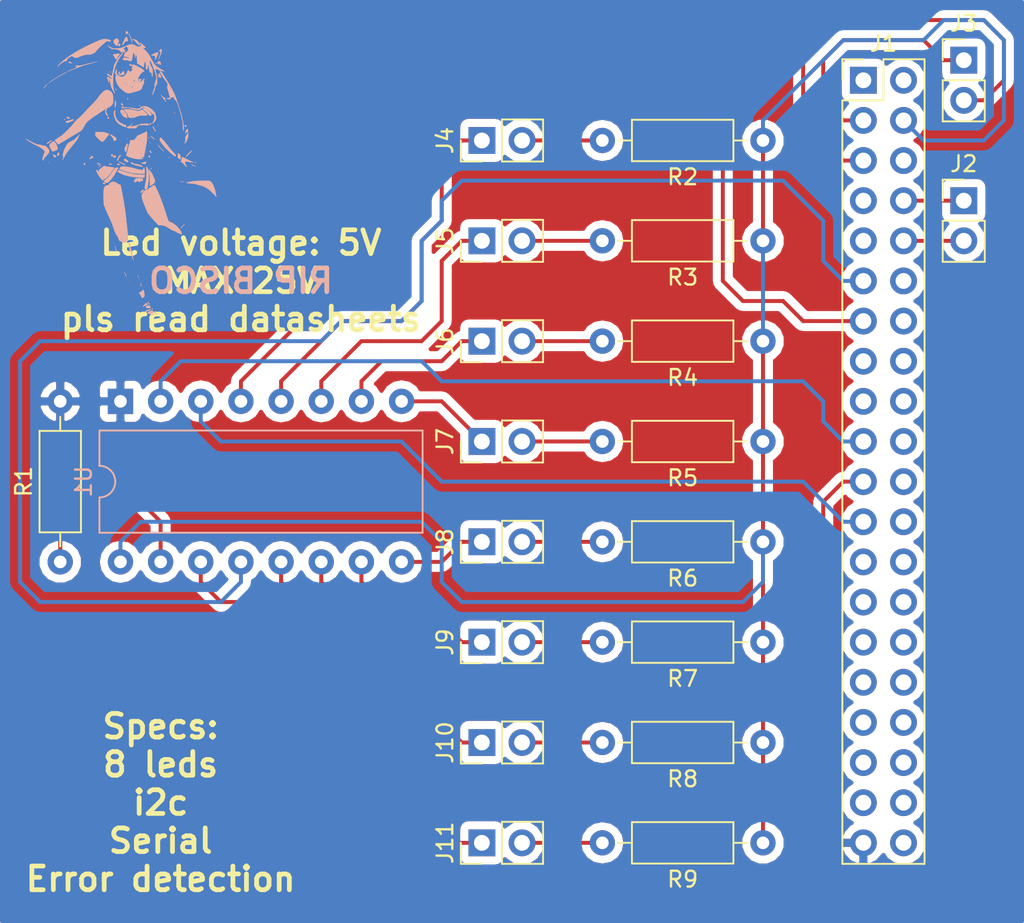
<source format=kicad_pcb>
(kicad_pcb (version 4) (host pcbnew 4.0.6)
  (layers (0 F.Cu signal) (31 B.Cu signal) (34 B.Paste user) (35 F.Paste user) (36 B.SilkS user) (37 F.SilkS user) (38 B.Mask user) (39 F.Mask user) (44 Edge.Cuts user))
  (net 0 "")
  (net 1 "Net-(J1-Pad1)")
  (net 2 "Net-(J1-Pad2)")
  (net 3 "Net-(J1-Pad3)")
  (net 4 +5V)
  (net 5 "Net-(J1-Pad5)")
  (net 6 "Net-(J1-Pad6)")
  (net 7 "Net-(J1-Pad7)")
  (net 8 "Net-(J1-Pad8)")
  (net 9 "Net-(J1-Pad9)")
  (net 10 "Net-(J1-Pad10)")
  (net 11 "Net-(J1-Pad11)")
  (net 12 "Net-(J1-Pad12)")
  (net 13 "Net-(J1-Pad13)")
  (net 14 "Net-(J1-Pad14)")
  (net 15 "Net-(J1-Pad15)")
  (net 16 "Net-(J1-Pad16)")
  (net 17 "Net-(J1-Pad17)")
  (net 18 "Net-(J1-Pad18)")
  (net 19 "Net-(J1-Pad19)")
  (net 20 "Net-(J1-Pad20)")
  (net 21 "Net-(J1-Pad21)")
  (net 22 "Net-(J1-Pad22)")
  (net 23 "Net-(J1-Pad23)")
  (net 24 "Net-(J1-Pad24)")
  (net 25 "Net-(J1-Pad25)")
  (net 26 "Net-(J1-Pad26)")
  (net 27 "Net-(J1-Pad27)")
  (net 28 "Net-(J1-Pad28)")
  (net 29 "Net-(J1-Pad29)")
  (net 30 "Net-(J1-Pad30)")
  (net 31 "Net-(J1-Pad31)")
  (net 32 "Net-(J1-Pad32)")
  (net 33 "Net-(J1-Pad33)")
  (net 34 "Net-(J1-Pad34)")
  (net 35 "Net-(J1-Pad35)")
  (net 36 "Net-(J1-Pad36)")
  (net 37 "Net-(J1-Pad37)")
  (net 38 "Net-(J1-Pad38)")
  (net 39 GNDREF)
  (net 40 "Net-(J1-Pad40)")
  (net 41 "Net-(J4-Pad1)")
  (net 42 "Net-(J4-Pad2)")
  (net 43 "Net-(J5-Pad1)")
  (net 44 "Net-(J5-Pad2)")
  (net 45 "Net-(J6-Pad1)")
  (net 46 "Net-(J6-Pad2)")
  (net 47 "Net-(J7-Pad1)")
  (net 48 "Net-(J7-Pad2)")
  (net 49 "Net-(J8-Pad1)")
  (net 50 "Net-(J8-Pad2)")
  (net 51 "Net-(J9-Pad1)")
  (net 52 "Net-(J9-Pad2)")
  (net 53 "Net-(J10-Pad1)")
  (net 54 "Net-(J10-Pad2)")
  (net 55 "Net-(J11-Pad1)")
  (net 56 "Net-(J11-Pad2)")
  (net 57 "Net-(R1-Pad1)")
  (module Pin_Headers:Pin_Header_Straight_2x20_Pitch2.54mm (layer F.Cu) (at 184.15 96.52)
    (fp_text reference J1 (at 1.27 -2.33) (layer F.SilkS))
    (fp_text value Raspberry_Pi_2_3)
    (pad 1 thru_hole rect (at 0 0) (size 1.7 1.7) (drill 1) (layers *.Cu *.Mask) (net 1 "Net-(J1-Pad1)"))
    (pad 2 thru_hole oval (at 2.54 0) (size 1.7 1.7) (drill 1) (layers *.Cu *.Mask) (net 2 "Net-(J1-Pad2)"))
    (pad 3 thru_hole oval (at 0 2.54) (size 1.7 1.7) (drill 1) (layers *.Cu *.Mask) (net 3 "Net-(J1-Pad3)"))
    (pad 4 thru_hole oval (at 2.54 2.54) (size 1.7 1.7) (drill 1) (layers *.Cu *.Mask) (net 4 +5V))
    (pad 5 thru_hole oval (at 0 5.08) (size 1.7 1.7) (drill 1) (layers *.Cu *.Mask) (net 5 "Net-(J1-Pad5)"))
    (pad 6 thru_hole oval (at 2.54 5.08) (size 1.7 1.7) (drill 1) (layers *.Cu *.Mask) (net 6 "Net-(J1-Pad6)"))
    (pad 7 thru_hole oval (at 0 7.62) (size 1.7 1.7) (drill 1) (layers *.Cu *.Mask) (net 7 "Net-(J1-Pad7)"))
    (pad 8 thru_hole oval (at 2.54 7.62) (size 1.7 1.7) (drill 1) (layers *.Cu *.Mask) (net 8 "Net-(J1-Pad8)"))
    (pad 9 thru_hole oval (at 0 10.16) (size 1.7 1.7) (drill 1) (layers *.Cu *.Mask) (net 9 "Net-(J1-Pad9)"))
    (pad 10 thru_hole oval (at 2.54 10.16) (size 1.7 1.7) (drill 1) (layers *.Cu *.Mask) (net 10 "Net-(J1-Pad10)"))
    (pad 11 thru_hole oval (at 0 12.7) (size 1.7 1.7) (drill 1) (layers *.Cu *.Mask) (net 11 "Net-(J1-Pad11)"))
    (pad 12 thru_hole oval (at 2.54 12.7) (size 1.7 1.7) (drill 1) (layers *.Cu *.Mask) (net 12 "Net-(J1-Pad12)"))
    (pad 13 thru_hole oval (at 0 15.24) (size 1.7 1.7) (drill 1) (layers *.Cu *.Mask) (net 13 "Net-(J1-Pad13)"))
    (pad 14 thru_hole oval (at 2.54 15.24) (size 1.7 1.7) (drill 1) (layers *.Cu *.Mask) (net 14 "Net-(J1-Pad14)"))
    (pad 15 thru_hole oval (at 0 17.78) (size 1.7 1.7) (drill 1) (layers *.Cu *.Mask) (net 15 "Net-(J1-Pad15)"))
    (pad 16 thru_hole oval (at 2.54 17.78) (size 1.7 1.7) (drill 1) (layers *.Cu *.Mask) (net 16 "Net-(J1-Pad16)"))
    (pad 17 thru_hole oval (at 0 20.32) (size 1.7 1.7) (drill 1) (layers *.Cu *.Mask) (net 17 "Net-(J1-Pad17)"))
    (pad 18 thru_hole oval (at 2.54 20.32) (size 1.7 1.7) (drill 1) (layers *.Cu *.Mask) (net 18 "Net-(J1-Pad18)"))
    (pad 19 thru_hole oval (at 0 22.86) (size 1.7 1.7) (drill 1) (layers *.Cu *.Mask) (net 19 "Net-(J1-Pad19)"))
    (pad 20 thru_hole oval (at 2.54 22.86) (size 1.7 1.7) (drill 1) (layers *.Cu *.Mask) (net 20 "Net-(J1-Pad20)"))
    (pad 21 thru_hole oval (at 0 25.4) (size 1.7 1.7) (drill 1) (layers *.Cu *.Mask) (net 21 "Net-(J1-Pad21)"))
    (pad 22 thru_hole oval (at 2.54 25.4) (size 1.7 1.7) (drill 1) (layers *.Cu *.Mask) (net 22 "Net-(J1-Pad22)"))
    (pad 23 thru_hole oval (at 0 27.94) (size 1.7 1.7) (drill 1) (layers *.Cu *.Mask) (net 23 "Net-(J1-Pad23)"))
    (pad 24 thru_hole oval (at 2.54 27.94) (size 1.7 1.7) (drill 1) (layers *.Cu *.Mask) (net 24 "Net-(J1-Pad24)"))
    (pad 25 thru_hole oval (at 0 30.48) (size 1.7 1.7) (drill 1) (layers *.Cu *.Mask) (net 25 "Net-(J1-Pad25)"))
    (pad 26 thru_hole oval (at 2.54 30.48) (size 1.7 1.7) (drill 1) (layers *.Cu *.Mask) (net 26 "Net-(J1-Pad26)"))
    (pad 27 thru_hole oval (at 0 33.02) (size 1.7 1.7) (drill 1) (layers *.Cu *.Mask) (net 27 "Net-(J1-Pad27)"))
    (pad 28 thru_hole oval (at 2.54 33.02) (size 1.7 1.7) (drill 1) (layers *.Cu *.Mask) (net 28 "Net-(J1-Pad28)"))
    (pad 29 thru_hole oval (at 0 35.56) (size 1.7 1.7) (drill 1) (layers *.Cu *.Mask) (net 29 "Net-(J1-Pad29)"))
    (pad 30 thru_hole oval (at 2.54 35.56) (size 1.7 1.7) (drill 1) (layers *.Cu *.Mask) (net 30 "Net-(J1-Pad30)"))
    (pad 31 thru_hole oval (at 0 38.1) (size 1.7 1.7) (drill 1) (layers *.Cu *.Mask) (net 31 "Net-(J1-Pad31)"))
    (pad 32 thru_hole oval (at 2.54 38.1) (size 1.7 1.7) (drill 1) (layers *.Cu *.Mask) (net 32 "Net-(J1-Pad32)"))
    (pad 33 thru_hole oval (at 0 40.64) (size 1.7 1.7) (drill 1) (layers *.Cu *.Mask) (net 33 "Net-(J1-Pad33)"))
    (pad 34 thru_hole oval (at 2.54 40.64) (size 1.7 1.7) (drill 1) (layers *.Cu *.Mask) (net 34 "Net-(J1-Pad34)"))
    (pad 35 thru_hole oval (at 0 43.18) (size 1.7 1.7) (drill 1) (layers *.Cu *.Mask) (net 35 "Net-(J1-Pad35)"))
    (pad 36 thru_hole oval (at 2.54 43.18) (size 1.7 1.7) (drill 1) (layers *.Cu *.Mask) (net 36 "Net-(J1-Pad36)"))
    (pad 37 thru_hole oval (at 0 45.72) (size 1.7 1.7) (drill 1) (layers *.Cu *.Mask) (net 37 "Net-(J1-Pad37)"))
    (pad 38 thru_hole oval (at 2.54 45.72) (size 1.7 1.7) (drill 1) (layers *.Cu *.Mask) (net 38 "Net-(J1-Pad38)"))
    (pad 39 thru_hole oval (at 0 48.26) (size 1.7 1.7) (drill 1) (layers *.Cu *.Mask) (net 39 GNDREF))
    (pad 40 thru_hole oval (at 2.54 48.26) (size 1.7 1.7) (drill 1) (layers *.Cu *.Mask) (net 40 "Net-(J1-Pad40)"))
  )
  (module Socket_Strips:Socket_Strip_Straight_1x02_Pitch2.54mm (layer F.Cu) (at 190.5 104.14)
    (fp_text reference J2 (at 0 -2.33) (layer F.SilkS))
    (fp_text value Serial)
    (pad 1 thru_hole rect (at 0 0) (size 1.7 1.7) (drill 1) (layers *.Cu *.Mask) (net 8 "Net-(J1-Pad8)"))
    (pad 2 thru_hole oval (at 0 2.54) (size 1.7 1.7) (drill 1) (layers *.Cu *.Mask) (net 10 "Net-(J1-Pad10)"))
  )
  (module Socket_Strips:Socket_Strip_Straight_1x02_Pitch2.54mm (layer F.Cu) (at 190.5 95.25)
    (fp_text reference J3 (at 0 -2.33) (layer F.SilkS))
    (fp_text value I2C)
    (pad 1 thru_hole rect (at 0 0) (size 1.7 1.7) (drill 1) (layers *.Cu *.Mask) (net 3 "Net-(J1-Pad3)"))
    (pad 2 thru_hole oval (at 0 2.54) (size 1.7 1.7) (drill 1) (layers *.Cu *.Mask) (net 5 "Net-(J1-Pad5)"))
  )
  (module Socket_Strips:Socket_Strip_Straight_1x02_Pitch2.54mm (layer F.Cu) (at 160.02 100.33 90)
    (fp_text reference J4 (at 0 -2.33 90) (layer F.SilkS))
    (fp_text value LED1)
    (pad 1 thru_hole rect (at 0 0 90) (size 1.7 1.7) (drill 1) (layers *.Cu *.Mask) (net 41 "Net-(J4-Pad1)"))
    (pad 2 thru_hole oval (at 0 2.54 90) (size 1.7 1.7) (drill 1) (layers *.Cu *.Mask) (net 42 "Net-(J4-Pad2)"))
  )
  (module Socket_Strips:Socket_Strip_Straight_1x02_Pitch2.54mm (layer F.Cu) (at 160.02 106.68 90)
    (fp_text reference J5 (at 0 -2.33 90) (layer F.SilkS))
    (fp_text value LED2)
    (pad 1 thru_hole rect (at 0 0 90) (size 1.7 1.7) (drill 1) (layers *.Cu *.Mask) (net 43 "Net-(J5-Pad1)"))
    (pad 2 thru_hole oval (at 0 2.54 90) (size 1.7 1.7) (drill 1) (layers *.Cu *.Mask) (net 44 "Net-(J5-Pad2)"))
  )
  (module Socket_Strips:Socket_Strip_Straight_1x02_Pitch2.54mm (layer F.Cu) (at 160.02 113.03 90)
    (fp_text reference J6 (at 0 -2.33 90) (layer F.SilkS))
    (fp_text value LED3)
    (pad 1 thru_hole rect (at 0 0 90) (size 1.7 1.7) (drill 1) (layers *.Cu *.Mask) (net 45 "Net-(J6-Pad1)"))
    (pad 2 thru_hole oval (at 0 2.54 90) (size 1.7 1.7) (drill 1) (layers *.Cu *.Mask) (net 46 "Net-(J6-Pad2)"))
  )
  (module Socket_Strips:Socket_Strip_Straight_1x02_Pitch2.54mm (layer F.Cu) (at 160.02 119.38 90)
    (fp_text reference J7 (at 0 -2.33 90) (layer F.SilkS))
    (fp_text value LED4)
    (pad 1 thru_hole rect (at 0 0 90) (size 1.7 1.7) (drill 1) (layers *.Cu *.Mask) (net 47 "Net-(J7-Pad1)"))
    (pad 2 thru_hole oval (at 0 2.54 90) (size 1.7 1.7) (drill 1) (layers *.Cu *.Mask) (net 48 "Net-(J7-Pad2)"))
  )
  (module Socket_Strips:Socket_Strip_Straight_1x02_Pitch2.54mm (layer F.Cu) (at 160.02 125.73 90)
    (fp_text reference J8 (at 0 -2.33 90) (layer F.SilkS))
    (fp_text value LED5)
    (pad 1 thru_hole rect (at 0 0 90) (size 1.7 1.7) (drill 1) (layers *.Cu *.Mask) (net 49 "Net-(J8-Pad1)"))
    (pad 2 thru_hole oval (at 0 2.54 90) (size 1.7 1.7) (drill 1) (layers *.Cu *.Mask) (net 50 "Net-(J8-Pad2)"))
  )
  (module Socket_Strips:Socket_Strip_Straight_1x02_Pitch2.54mm (layer F.Cu) (at 160.02 132.08 90)
    (fp_text reference J9 (at 0 -2.33 90) (layer F.SilkS))
    (fp_text value LED6)
    (pad 1 thru_hole rect (at 0 0 90) (size 1.7 1.7) (drill 1) (layers *.Cu *.Mask) (net 51 "Net-(J9-Pad1)"))
    (pad 2 thru_hole oval (at 0 2.54 90) (size 1.7 1.7) (drill 1) (layers *.Cu *.Mask) (net 52 "Net-(J9-Pad2)"))
  )
  (module Socket_Strips:Socket_Strip_Straight_1x02_Pitch2.54mm (layer F.Cu) (at 160.02 138.43 90)
    (fp_text reference J10 (at 0 -2.33 90) (layer F.SilkS))
    (fp_text value LED7)
    (pad 1 thru_hole rect (at 0 0 90) (size 1.7 1.7) (drill 1) (layers *.Cu *.Mask) (net 53 "Net-(J10-Pad1)"))
    (pad 2 thru_hole oval (at 0 2.54 90) (size 1.7 1.7) (drill 1) (layers *.Cu *.Mask) (net 54 "Net-(J10-Pad2)"))
  )
  (module Socket_Strips:Socket_Strip_Straight_1x02_Pitch2.54mm (layer F.Cu) (at 160.02 144.78 90)
    (fp_text reference J11 (at 0 -2.33 90) (layer F.SilkS))
    (fp_text value LED8)
    (pad 1 thru_hole rect (at 0 0 90) (size 1.7 1.7) (drill 1) (layers *.Cu *.Mask) (net 55 "Net-(J11-Pad1)"))
    (pad 2 thru_hole oval (at 0 2.54 90) (size 1.7 1.7) (drill 1) (layers *.Cu *.Mask) (net 56 "Net-(J11-Pad2)"))
  )
  (module Resistors_THT:R_Axial_DIN0207_L6.3mm_D2.5mm_P10.16mm_Horizontal (layer F.Cu) (at 133.35 127 90)
    (fp_text reference R1 (at 5.08 -2.31 90) (layer F.SilkS))
    (fp_text value R)
    (pad 1 thru_hole circle (at 0 0 90) (size 1.6 1.6) (drill 0.8) (layers *.Cu *.Mask) (net 57 "Net-(R1-Pad1)"))
    (pad 2 thru_hole oval (at 10.16 0 90) (size 1.6 1.6) (drill 0.8) (layers *.Cu *.Mask) (net 39 GNDREF))
  )
  (module Resistors_THT:R_Axial_DIN0207_L6.3mm_D2.5mm_P10.16mm_Horizontal (layer F.Cu) (at 177.8 100.33 180)
    (fp_text reference R2 (at 5.08 -2.31 180) (layer F.SilkS))
    (fp_text value R)
    (pad 1 thru_hole circle (at 0 0 180) (size 1.6 1.6) (drill 0.8) (layers *.Cu *.Mask) (net 4 +5V))
    (pad 2 thru_hole oval (at 10.16 0 180) (size 1.6 1.6) (drill 0.8) (layers *.Cu *.Mask) (net 42 "Net-(J4-Pad2)"))
  )
  (module Resistors_THT:R_Axial_DIN0207_L6.3mm_D2.5mm_P10.16mm_Horizontal (layer F.Cu) (at 177.8 106.68 180)
    (fp_text reference R3 (at 5.08 -2.31 180) (layer F.SilkS))
    (fp_text value R)
    (pad 1 thru_hole circle (at 0 0 180) (size 1.6 1.6) (drill 0.8) (layers *.Cu *.Mask) (net 4 +5V))
    (pad 2 thru_hole oval (at 10.16 0 180) (size 1.6 1.6) (drill 0.8) (layers *.Cu *.Mask) (net 44 "Net-(J5-Pad2)"))
  )
  (module Resistors_THT:R_Axial_DIN0207_L6.3mm_D2.5mm_P10.16mm_Horizontal (layer F.Cu) (at 177.8 113.03 180)
    (fp_text reference R4 (at 5.08 -2.31 180) (layer F.SilkS))
    (fp_text value R)
    (pad 1 thru_hole circle (at 0 0 180) (size 1.6 1.6) (drill 0.8) (layers *.Cu *.Mask) (net 4 +5V))
    (pad 2 thru_hole oval (at 10.16 0 180) (size 1.6 1.6) (drill 0.8) (layers *.Cu *.Mask) (net 46 "Net-(J6-Pad2)"))
  )
  (module Resistors_THT:R_Axial_DIN0207_L6.3mm_D2.5mm_P10.16mm_Horizontal (layer F.Cu) (at 177.8 119.38 180)
    (fp_text reference R5 (at 5.08 -2.31 180) (layer F.SilkS))
    (fp_text value R)
    (pad 1 thru_hole circle (at 0 0 180) (size 1.6 1.6) (drill 0.8) (layers *.Cu *.Mask) (net 4 +5V))
    (pad 2 thru_hole oval (at 10.16 0 180) (size 1.6 1.6) (drill 0.8) (layers *.Cu *.Mask) (net 48 "Net-(J7-Pad2)"))
  )
  (module Resistors_THT:R_Axial_DIN0207_L6.3mm_D2.5mm_P10.16mm_Horizontal (layer F.Cu) (at 177.8 125.73 180)
    (fp_text reference R6 (at 5.08 -2.31 180) (layer F.SilkS))
    (fp_text value R)
    (pad 1 thru_hole circle (at 0 0 180) (size 1.6 1.6) (drill 0.8) (layers *.Cu *.Mask) (net 4 +5V))
    (pad 2 thru_hole oval (at 10.16 0 180) (size 1.6 1.6) (drill 0.8) (layers *.Cu *.Mask) (net 50 "Net-(J8-Pad2)"))
  )
  (module Resistors_THT:R_Axial_DIN0207_L6.3mm_D2.5mm_P10.16mm_Horizontal (layer F.Cu) (at 177.8 132.08 180)
    (fp_text reference R7 (at 5.08 -2.31 180) (layer F.SilkS))
    (fp_text value R)
    (pad 1 thru_hole circle (at 0 0 180) (size 1.6 1.6) (drill 0.8) (layers *.Cu *.Mask) (net 4 +5V))
    (pad 2 thru_hole oval (at 10.16 0 180) (size 1.6 1.6) (drill 0.8) (layers *.Cu *.Mask) (net 52 "Net-(J9-Pad2)"))
  )
  (module Resistors_THT:R_Axial_DIN0207_L6.3mm_D2.5mm_P10.16mm_Horizontal (layer F.Cu) (at 177.8 138.43 180)
    (fp_text reference R8 (at 5.08 -2.31 180) (layer F.SilkS))
    (fp_text value R)
    (pad 1 thru_hole circle (at 0 0 180) (size 1.6 1.6) (drill 0.8) (layers *.Cu *.Mask) (net 4 +5V))
    (pad 2 thru_hole oval (at 10.16 0 180) (size 1.6 1.6) (drill 0.8) (layers *.Cu *.Mask) (net 54 "Net-(J10-Pad2)"))
  )
  (module Resistors_THT:R_Axial_DIN0207_L6.3mm_D2.5mm_P10.16mm_Horizontal (layer F.Cu) (at 177.8 144.78 180)
    (fp_text reference R9 (at 5.08 -2.31 180) (layer F.SilkS))
    (fp_text value R)
    (pad 1 thru_hole circle (at 0 0 180) (size 1.6 1.6) (drill 0.8) (layers *.Cu *.Mask) (net 4 +5V))
    (pad 2 thru_hole oval (at 10.16 0 180) (size 1.6 1.6) (drill 0.8) (layers *.Cu *.Mask) (net 56 "Net-(J11-Pad2)"))
  )
  (module Housings_DIP:DIP-16_W10.16mm (layer B.Cu) (at 137.16 116.84 270)
    (fp_text reference U1 (at 5.08 2.33 270) (layer B.SilkS) (effects (justify mirror)))
    (fp_text value TLC5917)
    (pad 1 thru_hole rect (at 0 0 270) (size 1.6 1.6) (drill 0.8) (layers *.Cu *.Mask) (net 39 GNDREF))
    (pad 9 thru_hole oval (at 10.16 -17.78 270) (size 1.6 1.6) (drill 0.8) (layers *.Cu *.Mask) (net 49 "Net-(J8-Pad1)"))
    (pad 2 thru_hole oval (at 0 -2.54 270) (size 1.6 1.6) (drill 0.8) (layers *.Cu *.Mask) (net 19 "Net-(J1-Pad19)"))
    (pad 10 thru_hole oval (at 10.16 -15.24 270) (size 1.6 1.6) (drill 0.8) (layers *.Cu *.Mask) (net 51 "Net-(J9-Pad1)"))
    (pad 3 thru_hole oval (at 0 -5.08 270) (size 1.6 1.6) (drill 0.8) (layers *.Cu *.Mask) (net 23 "Net-(J1-Pad23)"))
    (pad 11 thru_hole oval (at 10.16 -12.7 270) (size 1.6 1.6) (drill 0.8) (layers *.Cu *.Mask) (net 53 "Net-(J10-Pad1)"))
    (pad 4 thru_hole oval (at 0 -7.62 270) (size 1.6 1.6) (drill 0.8) (layers *.Cu *.Mask) (net 13 "Net-(J1-Pad13)"))
    (pad 12 thru_hole oval (at 10.16 -10.16 270) (size 1.6 1.6) (drill 0.8) (layers *.Cu *.Mask) (net 55 "Net-(J11-Pad1)"))
    (pad 5 thru_hole oval (at 0 -10.16 270) (size 1.6 1.6) (drill 0.8) (layers *.Cu *.Mask) (net 41 "Net-(J4-Pad1)"))
    (pad 13 thru_hole oval (at 10.16 -7.62 270) (size 1.6 1.6) (drill 0.8) (layers *.Cu *.Mask) (net 11 "Net-(J1-Pad11)"))
    (pad 6 thru_hole oval (at 0 -12.7 270) (size 1.6 1.6) (drill 0.8) (layers *.Cu *.Mask) (net 43 "Net-(J5-Pad1)"))
    (pad 14 thru_hole oval (at 10.16 -5.08 270) (size 1.6 1.6) (drill 0.8) (layers *.Cu *.Mask) (net 21 "Net-(J1-Pad21)"))
    (pad 7 thru_hole oval (at 0 -15.24 270) (size 1.6 1.6) (drill 0.8) (layers *.Cu *.Mask) (net 45 "Net-(J6-Pad1)"))
    (pad 15 thru_hole oval (at 10.16 -2.54 270) (size 1.6 1.6) (drill 0.8) (layers *.Cu *.Mask) (net 57 "Net-(R1-Pad1)"))
    (pad 8 thru_hole oval (at 0 -17.78 270) (size 1.6 1.6) (drill 0.8) (layers *.Cu *.Mask) (net 47 "Net-(J7-Pad1)"))
    (pad 16 thru_hole oval (at 10.16 0 270) (size 1.6 1.6) (drill 0.8) (layers *.Cu *.Mask) (net 4 +5V))
  )
  (module infected-led-breakout:bisco (layer B.Cu) (at 137.16 102.87 180)
    (fp_text reference "" hide)
    (fp_text value "" hide)
  )
  (gr_text "Specs:\n8 leds\ni2c\nSerial\nError detection" (at 139.7 142.24) (layer F.SilkS) (effects (font (size 1.5 1.5) (thickness 0.3))))
  (gr_text "Led voltage: 5V\nMAX 25V\npls read datasheets" (at 144.78 109.22) (layer F.SilkS) (effects (font (size 1.5 1.5) (thickness 0.3))))
  (gr_text "RIP BISCO" (at 144.78 109.22) (layer B.SilkS) (effects (font (size 1.5 1.5) (thickness 0.3)) (justify mirror)))
  (segment (start 190.5 95.25) (end 189.23 95.25) (width 0.25) (layer F.Cu) (net 3))
  (segment (start 182.88 99.06) (end 184.15 99.06) (width 0.25) (layer F.Cu) (net 3))
  (segment (start 181.61 97.79) (end 182.88 99.06) (width 0.25) (layer F.Cu) (net 3))
  (segment (start 181.61 95.25) (end 181.61 97.79) (width 0.25) (layer F.Cu) (net 3))
  (segment (start 182.88 93.98) (end 181.61 95.25) (width 0.25) (layer F.Cu) (net 3))
  (segment (start 187.96 93.98) (end 182.88 93.98) (width 0.25) (layer F.Cu) (net 3))
  (segment (start 189.23 95.25) (end 187.96 93.98) (width 0.25) (layer F.Cu) (net 3))
  (segment (start 137.16 127) (end 137.16 125.73) (width 0.25) (layer B.Cu) (net 4))
  (segment (start 177.8 128.27) (end 177.8 125.73) (width 0.25) (layer B.Cu) (net 4))
  (segment (start 176.53 129.54) (end 177.8 128.27) (width 0.25) (layer B.Cu) (net 4))
  (segment (start 158.75 129.54) (end 176.53 129.54) (width 0.25) (layer B.Cu) (net 4))
  (segment (start 157.48 128.27) (end 158.75 129.54) (width 0.25) (layer B.Cu) (net 4))
  (segment (start 157.48 125.73) (end 157.48 128.27) (width 0.25) (layer B.Cu) (net 4))
  (segment (start 156.21 124.46) (end 157.48 125.73) (width 0.25) (layer B.Cu) (net 4))
  (segment (start 138.43 124.46) (end 156.21 124.46) (width 0.25) (layer B.Cu) (net 4))
  (segment (start 137.16 125.73) (end 138.43 124.46) (width 0.25) (layer B.Cu) (net 4))
  (segment (start 177.8 106.68) (end 177.8 113.03) (width 0.25) (layer B.Cu) (net 4))
  (segment (start 177.8 119.38) (end 177.8 113.03) (width 0.25) (layer F.Cu) (net 4))
  (segment (start 186.69 99.06) (end 187.96 100.33) (width 0.25) (layer B.Cu) (net 4))
  (segment (start 177.8 99.06) (end 177.8 100.33) (width 0.25) (layer B.Cu) (net 4))
  (segment (start 182.88 93.98) (end 177.8 99.06) (width 0.25) (layer B.Cu) (net 4))
  (segment (start 187.96 93.98) (end 182.88 93.98) (width 0.25) (layer B.Cu) (net 4))
  (segment (start 189.23 92.71) (end 187.96 93.98) (width 0.25) (layer B.Cu) (net 4))
  (segment (start 191.77 92.71) (end 189.23 92.71) (width 0.25) (layer B.Cu) (net 4))
  (segment (start 193.04 93.98) (end 191.77 92.71) (width 0.25) (layer B.Cu) (net 4))
  (segment (start 193.04 99.06) (end 193.04 93.98) (width 0.25) (layer B.Cu) (net 4))
  (segment (start 191.77 100.33) (end 193.04 99.06) (width 0.25) (layer B.Cu) (net 4))
  (segment (start 187.96 100.33) (end 191.77 100.33) (width 0.25) (layer B.Cu) (net 4))
  (segment (start 177.8 144.78) (end 177.8 138.43) (width 0.25) (layer F.Cu) (net 4))
  (segment (start 177.8 138.43) (end 177.8 132.08) (width 0.25) (layer F.Cu) (net 4))
  (segment (start 177.8 132.08) (end 177.8 125.73) (width 0.25) (layer F.Cu) (net 4))
  (segment (start 177.8 125.73) (end 177.8 119.38) (width 0.25) (layer F.Cu) (net 4))
  (segment (start 177.8 106.68) (end 177.8 100.33) (width 0.25) (layer F.Cu) (net 4))
  (segment (start 190.5 97.79) (end 191.77 97.79) (width 0.25) (layer F.Cu) (net 5))
  (segment (start 182.88 101.6) (end 184.15 101.6) (width 0.25) (layer F.Cu) (net 5))
  (segment (start 181.61 100.33) (end 182.88 101.6) (width 0.25) (layer F.Cu) (net 5))
  (segment (start 180.34 99.06) (end 181.61 100.33) (width 0.25) (layer F.Cu) (net 5))
  (segment (start 180.34 93.98) (end 180.34 99.06) (width 0.25) (layer F.Cu) (net 5))
  (segment (start 181.61 92.71) (end 180.34 93.98) (width 0.25) (layer F.Cu) (net 5))
  (segment (start 182.88 92.71) (end 181.61 92.71) (width 0.25) (layer F.Cu) (net 5))
  (segment (start 191.77 92.71) (end 182.88 92.71) (width 0.25) (layer F.Cu) (net 5))
  (segment (start 193.04 93.98) (end 191.77 92.71) (width 0.25) (layer F.Cu) (net 5))
  (segment (start 193.04 96.52) (end 193.04 93.98) (width 0.25) (layer F.Cu) (net 5))
  (segment (start 191.77 97.79) (end 193.04 96.52) (width 0.25) (layer F.Cu) (net 5))
  (segment (start 190.5 104.14) (end 186.69 104.14) (width 0.25) (layer F.Cu) (net 8))
  (segment (start 190.5 106.68) (end 186.69 106.68) (width 0.25) (layer F.Cu) (net 10))
  (segment (start 144.78 127) (end 144.78 128.27) (width 0.25) (layer B.Cu) (net 11))
  (segment (start 130.81 128.27) (end 130.81 123.19) (width 0.25) (layer B.Cu) (net 11))
  (segment (start 132.08 129.54) (end 130.81 128.27) (width 0.25) (layer B.Cu) (net 11))
  (segment (start 143.51 129.54) (end 132.08 129.54) (width 0.25) (layer B.Cu) (net 11))
  (segment (start 144.78 128.27) (end 143.51 129.54) (width 0.25) (layer B.Cu) (net 11))
  (segment (start 184.15 109.22) (end 182.88 109.22) (width 0.25) (layer B.Cu) (net 11))
  (segment (start 130.81 114.3) (end 130.81 123.19) (width 0.25) (layer B.Cu) (net 11))
  (segment (start 132.08 113.03) (end 130.81 114.3) (width 0.25) (layer B.Cu) (net 11))
  (segment (start 149.86 113.03) (end 132.08 113.03) (width 0.25) (layer B.Cu) (net 11))
  (segment (start 151.13 111.76) (end 149.86 113.03) (width 0.25) (layer B.Cu) (net 11))
  (segment (start 154.94 111.76) (end 151.13 111.76) (width 0.25) (layer B.Cu) (net 11))
  (segment (start 156.21 110.49) (end 154.94 111.76) (width 0.25) (layer B.Cu) (net 11))
  (segment (start 156.21 106.68) (end 156.21 110.49) (width 0.25) (layer B.Cu) (net 11))
  (segment (start 157.48 105.41) (end 156.21 106.68) (width 0.25) (layer B.Cu) (net 11))
  (segment (start 157.48 104.14) (end 157.48 105.41) (width 0.25) (layer B.Cu) (net 11))
  (segment (start 158.75 102.87) (end 157.48 104.14) (width 0.25) (layer B.Cu) (net 11))
  (segment (start 179.07 102.87) (end 158.75 102.87) (width 0.25) (layer B.Cu) (net 11))
  (segment (start 181.61 105.41) (end 179.07 102.87) (width 0.25) (layer B.Cu) (net 11))
  (segment (start 181.61 107.95) (end 181.61 105.41) (width 0.25) (layer B.Cu) (net 11))
  (segment (start 182.88 109.22) (end 181.61 107.95) (width 0.25) (layer B.Cu) (net 11))
  (segment (start 144.78 116.84) (end 144.78 115.57) (width 0.25) (layer F.Cu) (net 13))
  (segment (start 180.34 111.76) (end 184.15 111.76) (width 0.25) (layer F.Cu) (net 13))
  (segment (start 179.07 110.49) (end 180.34 111.76) (width 0.25) (layer F.Cu) (net 13))
  (segment (start 176.53 110.49) (end 179.07 110.49) (width 0.25) (layer F.Cu) (net 13))
  (segment (start 175.26 109.22) (end 176.53 110.49) (width 0.25) (layer F.Cu) (net 13))
  (segment (start 175.26 99.06) (end 175.26 109.22) (width 0.25) (layer F.Cu) (net 13))
  (segment (start 173.99 97.79) (end 175.26 99.06) (width 0.25) (layer F.Cu) (net 13))
  (segment (start 158.75 97.79) (end 173.99 97.79) (width 0.25) (layer F.Cu) (net 13))
  (segment (start 156.21 100.33) (end 158.75 97.79) (width 0.25) (layer F.Cu) (net 13))
  (segment (start 156.21 104.14) (end 156.21 100.33) (width 0.25) (layer F.Cu) (net 13))
  (segment (start 154.94 105.41) (end 156.21 104.14) (width 0.25) (layer F.Cu) (net 13))
  (segment (start 154.94 109.22) (end 154.94 105.41) (width 0.25) (layer F.Cu) (net 13))
  (segment (start 153.67 110.49) (end 154.94 109.22) (width 0.25) (layer F.Cu) (net 13))
  (segment (start 149.86 110.49) (end 153.67 110.49) (width 0.25) (layer F.Cu) (net 13))
  (segment (start 144.78 115.57) (end 149.86 110.49) (width 0.25) (layer F.Cu) (net 13))
  (segment (start 184.15 119.38) (end 182.88 119.38) (width 0.25) (layer B.Cu) (net 19))
  (segment (start 139.7 115.57) (end 139.7 116.84) (width 0.25) (layer B.Cu) (net 19))
  (segment (start 140.97 114.3) (end 139.7 115.57) (width 0.25) (layer B.Cu) (net 19))
  (segment (start 156.21 114.3) (end 140.97 114.3) (width 0.25) (layer B.Cu) (net 19))
  (segment (start 157.48 115.57) (end 156.21 114.3) (width 0.25) (layer B.Cu) (net 19))
  (segment (start 180.34 115.57) (end 157.48 115.57) (width 0.25) (layer B.Cu) (net 19))
  (segment (start 181.61 116.84) (end 180.34 115.57) (width 0.25) (layer B.Cu) (net 19))
  (segment (start 181.61 118.11) (end 181.61 116.84) (width 0.25) (layer B.Cu) (net 19))
  (segment (start 182.88 119.38) (end 181.61 118.11) (width 0.25) (layer B.Cu) (net 19))
  (segment (start 184.15 121.92) (end 182.88 121.92) (width 0.25) (layer F.Cu) (net 21))
  (segment (start 142.24 128.27) (end 142.24 127) (width 0.25) (layer F.Cu) (net 21))
  (segment (start 143.51 129.54) (end 142.24 128.27) (width 0.25) (layer F.Cu) (net 21))
  (segment (start 146.05 129.54) (end 143.51 129.54) (width 0.25) (layer F.Cu) (net 21))
  (segment (start 147.32 130.81) (end 146.05 129.54) (width 0.25) (layer F.Cu) (net 21))
  (segment (start 148.59 132.08) (end 147.32 130.81) (width 0.25) (layer F.Cu) (net 21))
  (segment (start 149.86 133.35) (end 148.59 132.08) (width 0.25) (layer F.Cu) (net 21))
  (segment (start 151.13 133.35) (end 149.86 133.35) (width 0.25) (layer F.Cu) (net 21))
  (segment (start 152.4 133.35) (end 151.13 133.35) (width 0.25) (layer F.Cu) (net 21))
  (segment (start 153.67 134.62) (end 152.4 133.35) (width 0.25) (layer F.Cu) (net 21))
  (segment (start 154.94 135.89) (end 153.67 134.62) (width 0.25) (layer F.Cu) (net 21))
  (segment (start 154.94 144.78) (end 154.94 135.89) (width 0.25) (layer F.Cu) (net 21))
  (segment (start 157.48 147.32) (end 154.94 144.78) (width 0.25) (layer F.Cu) (net 21))
  (segment (start 180.34 147.32) (end 157.48 147.32) (width 0.25) (layer F.Cu) (net 21))
  (segment (start 181.61 146.05) (end 180.34 147.32) (width 0.25) (layer F.Cu) (net 21))
  (segment (start 181.61 123.19) (end 181.61 146.05) (width 0.25) (layer F.Cu) (net 21))
  (segment (start 182.88 121.92) (end 181.61 123.19) (width 0.25) (layer F.Cu) (net 21))
  (segment (start 142.24 116.84) (end 142.24 118.11) (width 0.25) (layer B.Cu) (net 23))
  (segment (start 182.88 124.46) (end 184.15 124.46) (width 0.25) (layer B.Cu) (net 23))
  (segment (start 181.61 123.19) (end 182.88 124.46) (width 0.25) (layer B.Cu) (net 23))
  (segment (start 180.34 121.92) (end 181.61 123.19) (width 0.25) (layer B.Cu) (net 23))
  (segment (start 157.48 121.92) (end 180.34 121.92) (width 0.25) (layer B.Cu) (net 23))
  (segment (start 156.21 120.65) (end 157.48 121.92) (width 0.25) (layer B.Cu) (net 23))
  (segment (start 154.94 119.38) (end 156.21 120.65) (width 0.25) (layer B.Cu) (net 23))
  (segment (start 143.51 119.38) (end 154.94 119.38) (width 0.25) (layer B.Cu) (net 23))
  (segment (start 142.24 118.11) (end 143.51 119.38) (width 0.25) (layer B.Cu) (net 23))
  (segment (start 184.15 144.78) (end 184.15 146.05) (width 0.25) (layer F.Cu) (net 39))
  (segment (start 132.08 116.84) (end 133.35 116.84) (width 0.25) (layer F.Cu) (net 39))
  (segment (start 130.81 118.11) (end 132.08 116.84) (width 0.25) (layer F.Cu) (net 39))
  (segment (start 130.81 128.27) (end 130.81 118.11) (width 0.25) (layer F.Cu) (net 39))
  (segment (start 132.08 129.54) (end 130.81 128.27) (width 0.25) (layer F.Cu) (net 39))
  (segment (start 133.35 129.54) (end 132.08 129.54) (width 0.25) (layer F.Cu) (net 39))
  (segment (start 140.97 129.54) (end 133.35 129.54) (width 0.25) (layer F.Cu) (net 39))
  (segment (start 142.24 130.81) (end 140.97 129.54) (width 0.25) (layer F.Cu) (net 39))
  (segment (start 144.78 130.81) (end 142.24 130.81) (width 0.25) (layer F.Cu) (net 39))
  (segment (start 148.59 134.62) (end 144.78 130.81) (width 0.25) (layer F.Cu) (net 39))
  (segment (start 151.13 134.62) (end 148.59 134.62) (width 0.25) (layer F.Cu) (net 39))
  (segment (start 153.67 137.16) (end 151.13 134.62) (width 0.25) (layer F.Cu) (net 39))
  (segment (start 153.67 146.05) (end 153.67 137.16) (width 0.25) (layer F.Cu) (net 39))
  (segment (start 156.21 148.59) (end 153.67 146.05) (width 0.25) (layer F.Cu) (net 39))
  (segment (start 157.48 148.59) (end 156.21 148.59) (width 0.25) (layer F.Cu) (net 39))
  (segment (start 181.61 148.59) (end 157.48 148.59) (width 0.25) (layer F.Cu) (net 39))
  (segment (start 184.15 146.05) (end 181.61 148.59) (width 0.25) (layer F.Cu) (net 39))
  (segment (start 137.16 116.84) (end 133.35 116.84) (width 0.25) (layer F.Cu) (net 39))
  (segment (start 160.02 100.33) (end 158.75 100.33) (width 0.25) (layer F.Cu) (net 41))
  (segment (start 147.32 115.57) (end 147.32 116.84) (width 0.25) (layer F.Cu) (net 41))
  (segment (start 151.13 111.76) (end 147.32 115.57) (width 0.25) (layer F.Cu) (net 41))
  (segment (start 154.94 111.76) (end 151.13 111.76) (width 0.25) (layer F.Cu) (net 41))
  (segment (start 156.21 110.49) (end 154.94 111.76) (width 0.25) (layer F.Cu) (net 41))
  (segment (start 156.21 106.68) (end 156.21 110.49) (width 0.25) (layer F.Cu) (net 41))
  (segment (start 157.48 105.41) (end 156.21 106.68) (width 0.25) (layer F.Cu) (net 41))
  (segment (start 157.48 101.6) (end 157.48 105.41) (width 0.25) (layer F.Cu) (net 41))
  (segment (start 158.75 100.33) (end 157.48 101.6) (width 0.25) (layer F.Cu) (net 41))
  (segment (start 167.64 100.33) (end 162.56 100.33) (width 0.25) (layer F.Cu) (net 42))
  (segment (start 160.02 106.68) (end 158.75 106.68) (width 0.25) (layer F.Cu) (net 43))
  (segment (start 149.86 115.57) (end 149.86 116.84) (width 0.25) (layer F.Cu) (net 43))
  (segment (start 152.4 113.03) (end 149.86 115.57) (width 0.25) (layer F.Cu) (net 43))
  (segment (start 153.67 113.03) (end 152.4 113.03) (width 0.25) (layer F.Cu) (net 43))
  (segment (start 156.21 113.03) (end 153.67 113.03) (width 0.25) (layer F.Cu) (net 43))
  (segment (start 157.48 111.76) (end 156.21 113.03) (width 0.25) (layer F.Cu) (net 43))
  (segment (start 157.48 107.95) (end 157.48 111.76) (width 0.25) (layer F.Cu) (net 43))
  (segment (start 158.75 106.68) (end 157.48 107.95) (width 0.25) (layer F.Cu) (net 43))
  (segment (start 167.64 106.68) (end 162.56 106.68) (width 0.25) (layer F.Cu) (net 44))
  (segment (start 152.4 116.84) (end 152.4 115.57) (width 0.25) (layer F.Cu) (net 45))
  (segment (start 158.75 113.03) (end 160.02 113.03) (width 0.25) (layer F.Cu) (net 45))
  (segment (start 157.48 114.3) (end 158.75 113.03) (width 0.25) (layer F.Cu) (net 45))
  (segment (start 153.67 114.3) (end 157.48 114.3) (width 0.25) (layer F.Cu) (net 45))
  (segment (start 152.4 115.57) (end 153.67 114.3) (width 0.25) (layer F.Cu) (net 45))
  (segment (start 167.64 113.03) (end 162.56 113.03) (width 0.25) (layer F.Cu) (net 46))
  (segment (start 160.02 119.38) (end 157.48 116.84) (width 0.25) (layer F.Cu) (net 47))
  (segment (start 157.48 116.84) (end 154.94 116.84) (width 0.25) (layer F.Cu) (net 47))
  (segment (start 167.64 119.38) (end 162.56 119.38) (width 0.25) (layer F.Cu) (net 48))
  (segment (start 160.02 125.73) (end 158.75 125.73) (width 0.25) (layer F.Cu) (net 49))
  (segment (start 157.48 127) (end 154.94 127) (width 0.25) (layer F.Cu) (net 49))
  (segment (start 158.75 125.73) (end 157.48 127) (width 0.25) (layer F.Cu) (net 49))
  (segment (start 167.64 125.73) (end 162.56 125.73) (width 0.25) (layer F.Cu) (net 50))
  (segment (start 160.02 132.08) (end 158.75 132.08) (width 0.25) (layer F.Cu) (net 51))
  (segment (start 152.4 128.27) (end 152.4 127) (width 0.25) (layer F.Cu) (net 51))
  (segment (start 153.67 129.54) (end 152.4 128.27) (width 0.25) (layer F.Cu) (net 51))
  (segment (start 156.21 129.54) (end 153.67 129.54) (width 0.25) (layer F.Cu) (net 51))
  (segment (start 157.48 130.81) (end 156.21 129.54) (width 0.25) (layer F.Cu) (net 51))
  (segment (start 158.75 132.08) (end 157.48 130.81) (width 0.25) (layer F.Cu) (net 51))
  (segment (start 167.64 132.08) (end 162.56 132.08) (width 0.25) (layer F.Cu) (net 52))
  (segment (start 160.02 138.43) (end 158.75 138.43) (width 0.25) (layer F.Cu) (net 53))
  (segment (start 149.86 128.27) (end 149.86 127) (width 0.25) (layer F.Cu) (net 53))
  (segment (start 152.4 130.81) (end 149.86 128.27) (width 0.25) (layer F.Cu) (net 53))
  (segment (start 154.94 130.81) (end 152.4 130.81) (width 0.25) (layer F.Cu) (net 53))
  (segment (start 157.48 133.35) (end 154.94 130.81) (width 0.25) (layer F.Cu) (net 53))
  (segment (start 157.48 137.16) (end 157.48 133.35) (width 0.25) (layer F.Cu) (net 53))
  (segment (start 158.75 138.43) (end 157.48 137.16) (width 0.25) (layer F.Cu) (net 53))
  (segment (start 167.64 138.43) (end 162.56 138.43) (width 0.25) (layer F.Cu) (net 54))
  (segment (start 160.02 144.78) (end 157.48 144.78) (width 0.25) (layer F.Cu) (net 55))
  (segment (start 147.32 128.27) (end 147.32 127) (width 0.25) (layer F.Cu) (net 55))
  (segment (start 151.13 132.08) (end 147.32 128.27) (width 0.25) (layer F.Cu) (net 55))
  (segment (start 152.4 132.08) (end 151.13 132.08) (width 0.25) (layer F.Cu) (net 55))
  (segment (start 153.67 132.08) (end 152.4 132.08) (width 0.25) (layer F.Cu) (net 55))
  (segment (start 156.21 134.62) (end 153.67 132.08) (width 0.25) (layer F.Cu) (net 55))
  (segment (start 156.21 143.51) (end 156.21 134.62) (width 0.25) (layer F.Cu) (net 55))
  (segment (start 157.48 144.78) (end 156.21 143.51) (width 0.25) (layer F.Cu) (net 55))
  (segment (start 167.64 144.78) (end 162.56 144.78) (width 0.25) (layer F.Cu) (net 56))
  (segment (start 133.35 127) (end 133.35 124.46) (width 0.25) (layer F.Cu) (net 57))
  (segment (start 139.7 124.46) (end 139.7 127) (width 0.25) (layer F.Cu) (net 57))
  (segment (start 138.43 123.19) (end 139.7 124.46) (width 0.25) (layer F.Cu) (net 57))
  (segment (start 134.62 123.19) (end 138.43 123.19) (width 0.25) (layer F.Cu) (net 57))
  (segment (start 133.35 124.46) (end 134.62 123.19) (width 0.25) (layer F.Cu) (net 57))
  (zone (net 39) (net_name GNDREF) (layer F.Cu) (connect_pads (clearance 0.508)) (min_thickness 0.254) (fill yes (arc_segments 16) (thermal_gap 0.508) (thermal_bridge_width 0.508))
    (polygon (pts (xy 194.31 149.86) (xy 129.54 149.86) (xy 129.54 91.44) (xy 194.31 91.44)))
  )
  (zone (net 39) (net_name GNDREF) (layer B.Cu) (connect_pads (clearance 0.508)) (min_thickness 0.254) (fill yes (arc_segments 16) (thermal_gap 0.508) (thermal_bridge_width 0.508))
    (polygon (pts (xy 194.31 149.86) (xy 194.31 91.44) (xy 129.54 91.44) (xy 129.54 149.86)))
  )
)
</source>
